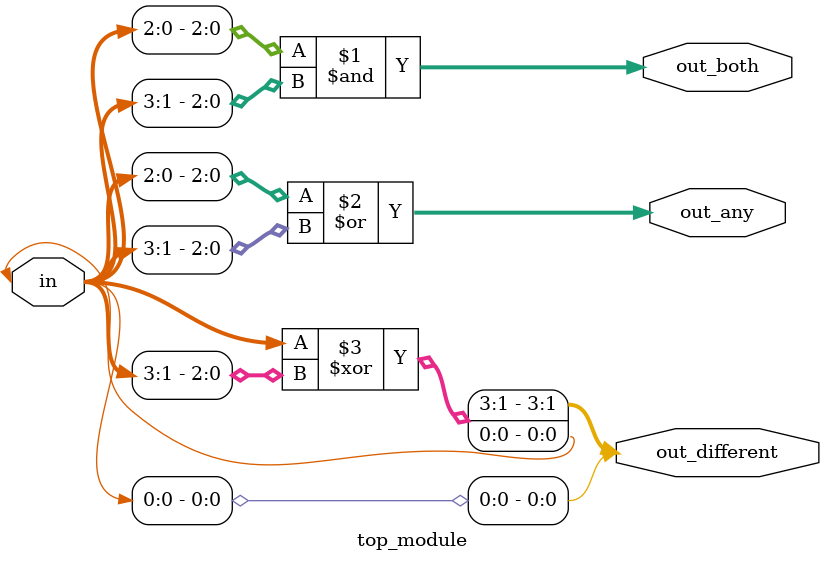
<source format=sv>
module top_module (
    input [3:0] in,
    output [2:0] out_both,
    output [3:0] out_any,
    output [3:0] out_different
);

assign out_both = in[2:0] & in[3:1];
assign out_any = in[2:0] | in[3:1];
assign out_different = in ^ in[3:1];
assign out_different[0] = in[0];

endmodule

</source>
